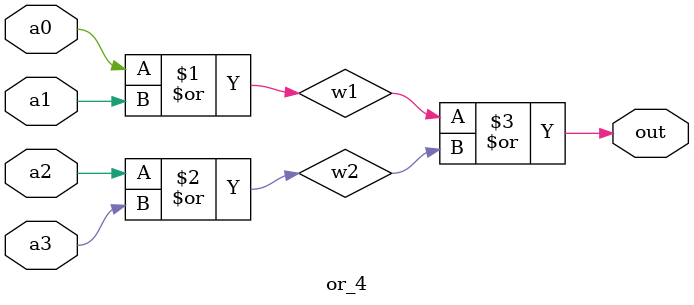
<source format=v>
module mux(output out, input d0, input d1, input d2, input d3, input s1, input s0);
    wire n1, n0, w1, w2, w3, w4;
    not (n1, s1);
    not (n0, s0);
    and_3 a0 (w1, n1, n0, d0);
    and_3 a1 (w2, n1, s0, d1);
    and_3 a2 (w3, s1, n0, d2);
    and_3 a3 (w4, s1, s0, d3);
    or_4 r0 (out, w1, w2, w3, w4);
endmodule

module and_3(output out, input b, input c, input d);
    wire w1;
    and (w1, b, c);
    and (out, w1, d);
endmodule

module or_4(output out, input a0, input a1, input a2, input a3);
    wire w1, w2;
    or (w1, a0, a1);
    or (w2, a2, a3);
    or (out, w1, w2);
endmodule

</source>
